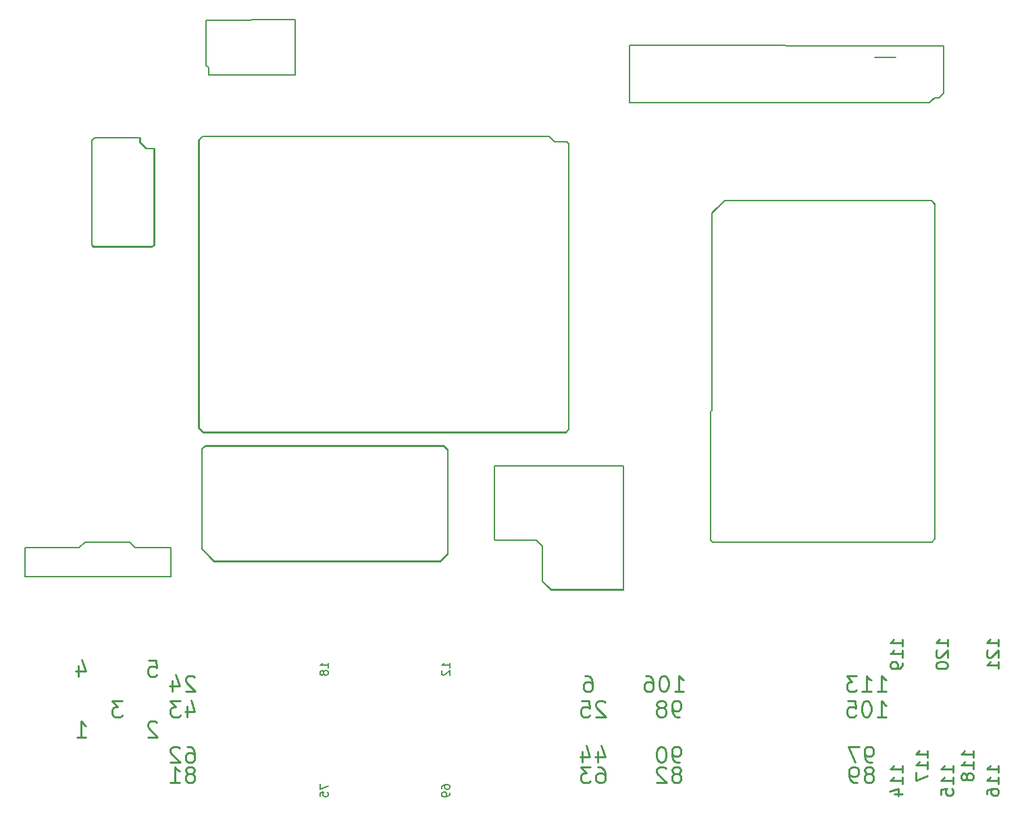
<source format=gbo>
G75*
G70*
%OFA0B0*%
%FSLAX25Y25*%
%IPPOS*%
%LPD*%
%AMOC8*
5,1,8,0,0,1.08239X$1,22.5*
%
%ADD120C,0.00787*%
%ADD201C,0.00984*%
X0000000Y0000000D02*
%LPD*%
G01*
D201*
X0500270Y0093535D02*
X0500270Y0096910D01*
X0500270Y0095223D02*
X0494365Y0095223D01*
X0495208Y0095785D01*
X0495771Y0096347D01*
X0496052Y0096910D01*
X0500270Y0087911D02*
X0500270Y0091286D01*
X0500270Y0089598D02*
X0494365Y0089598D01*
X0495208Y0090161D01*
X0495771Y0090723D01*
X0496052Y0091286D01*
X0500270Y0085099D02*
X0500270Y0083974D01*
X0499989Y0083412D01*
X0499708Y0083130D01*
X0498864Y0082568D01*
X0497739Y0082287D01*
X0495490Y0082287D01*
X0494927Y0082568D01*
X0494646Y0082849D01*
X0494365Y0083412D01*
X0494365Y0084536D01*
X0494646Y0085099D01*
X0494927Y0085380D01*
X0495490Y0085661D01*
X0496896Y0085661D01*
X0497458Y0085380D01*
X0497739Y0085099D01*
X0498021Y0084536D01*
X0498021Y0083412D01*
X0497739Y0082849D01*
X0497458Y0082568D01*
X0496896Y0082287D01*
X0547770Y0093535D02*
X0547770Y0096910D01*
X0547770Y0095223D02*
X0541865Y0095223D01*
X0542708Y0095785D01*
X0543271Y0096347D01*
X0543552Y0096910D01*
X0542427Y0091286D02*
X0542146Y0091004D01*
X0541865Y0090442D01*
X0541865Y0089036D01*
X0542146Y0088473D01*
X0542427Y0088192D01*
X0542990Y0087911D01*
X0543552Y0087911D01*
X0544396Y0088192D01*
X0547770Y0091567D01*
X0547770Y0087911D01*
X0547770Y0082287D02*
X0547770Y0085661D01*
X0547770Y0083974D02*
X0541865Y0083974D01*
X0542708Y0084536D01*
X0543271Y0085099D01*
X0543552Y0085661D01*
X0547770Y0031035D02*
X0547770Y0034410D01*
X0547770Y0032723D02*
X0541865Y0032723D01*
X0542708Y0033285D01*
X0543271Y0033847D01*
X0543552Y0034410D01*
X0547770Y0025411D02*
X0547770Y0028786D01*
X0547770Y0027098D02*
X0541865Y0027098D01*
X0542708Y0027661D01*
X0543271Y0028223D01*
X0543552Y0028786D01*
X0541865Y0020349D02*
X0541865Y0021474D01*
X0542146Y0022036D01*
X0542427Y0022318D01*
X0543271Y0022880D01*
X0544396Y0023161D01*
X0546645Y0023161D01*
X0547208Y0022880D01*
X0547489Y0022599D01*
X0547770Y0022036D01*
X0547770Y0020912D01*
X0547489Y0020349D01*
X0547208Y0020068D01*
X0546645Y0019787D01*
X0545239Y0019787D01*
X0544677Y0020068D01*
X0544396Y0020349D01*
X0544114Y0020912D01*
X0544114Y0022036D01*
X0544396Y0022599D01*
X0544677Y0022880D01*
X0545239Y0023161D01*
X0525270Y0031035D02*
X0525270Y0034410D01*
X0525270Y0032723D02*
X0519365Y0032723D01*
X0520208Y0033285D01*
X0520771Y0033847D01*
X0521052Y0034410D01*
X0525270Y0025411D02*
X0525270Y0028786D01*
X0525270Y0027098D02*
X0519365Y0027098D01*
X0520208Y0027661D01*
X0520771Y0028223D01*
X0521052Y0028786D01*
X0519365Y0020068D02*
X0519365Y0022880D01*
X0522177Y0023161D01*
X0521896Y0022880D01*
X0521614Y0022318D01*
X0521614Y0020912D01*
X0521896Y0020349D01*
X0522177Y0020068D01*
X0522739Y0019787D01*
X0524145Y0019787D01*
X0524708Y0020068D01*
X0524989Y0020349D01*
X0525270Y0020912D01*
X0525270Y0022318D01*
X0524989Y0022880D01*
X0524708Y0023161D01*
X0535270Y0038535D02*
X0535270Y0041910D01*
X0535270Y0040223D02*
X0529365Y0040223D01*
X0530208Y0040785D01*
X0530771Y0041347D01*
X0531052Y0041910D01*
X0535270Y0032911D02*
X0535270Y0036286D01*
X0535270Y0034598D02*
X0529365Y0034598D01*
X0530208Y0035161D01*
X0530771Y0035723D01*
X0531052Y0036286D01*
X0531896Y0029536D02*
X0531614Y0030099D01*
X0531333Y0030380D01*
X0530771Y0030661D01*
X0530490Y0030661D01*
X0529927Y0030380D01*
X0529646Y0030099D01*
X0529365Y0029536D01*
X0529365Y0028412D01*
X0529646Y0027849D01*
X0529927Y0027568D01*
X0530490Y0027287D01*
X0530771Y0027287D01*
X0531333Y0027568D01*
X0531614Y0027849D01*
X0531896Y0028412D01*
X0531896Y0029536D01*
X0532177Y0030099D01*
X0532458Y0030380D01*
X0533021Y0030661D01*
X0534145Y0030661D01*
X0534708Y0030380D01*
X0534989Y0030099D01*
X0535270Y0029536D01*
X0535270Y0028412D01*
X0534989Y0027849D01*
X0534708Y0027568D01*
X0534145Y0027287D01*
X0533021Y0027287D01*
X0532458Y0027568D01*
X0532177Y0027849D01*
X0531896Y0028412D01*
X0522770Y0093535D02*
X0522770Y0096910D01*
X0522770Y0095223D02*
X0516865Y0095223D01*
X0517708Y0095785D01*
X0518271Y0096347D01*
X0518552Y0096910D01*
X0517427Y0091286D02*
X0517146Y0091004D01*
X0516865Y0090442D01*
X0516865Y0089036D01*
X0517146Y0088473D01*
X0517427Y0088192D01*
X0517990Y0087911D01*
X0518552Y0087911D01*
X0519396Y0088192D01*
X0522770Y0091567D01*
X0522770Y0087911D01*
X0516865Y0084255D02*
X0516865Y0083693D01*
X0517146Y0083130D01*
X0517427Y0082849D01*
X0517990Y0082568D01*
X0519114Y0082287D01*
X0520521Y0082287D01*
X0521645Y0082568D01*
X0522208Y0082849D01*
X0522489Y0083130D01*
X0522770Y0083693D01*
X0522770Y0084255D01*
X0522489Y0084818D01*
X0522208Y0085099D01*
X0521645Y0085380D01*
X0520521Y0085661D01*
X0519114Y0085661D01*
X0517990Y0085380D01*
X0517427Y0085099D01*
X0517146Y0084818D01*
X0516865Y0084255D01*
X0512770Y0038535D02*
X0512770Y0041910D01*
X0512770Y0040223D02*
X0506865Y0040223D01*
X0507708Y0040785D01*
X0508271Y0041347D01*
X0508552Y0041910D01*
X0512770Y0032911D02*
X0512770Y0036286D01*
X0512770Y0034598D02*
X0506865Y0034598D01*
X0507708Y0035161D01*
X0508271Y0035723D01*
X0508552Y0036286D01*
X0506865Y0030942D02*
X0506865Y0027005D01*
X0512770Y0029536D01*
X0500270Y0031035D02*
X0500270Y0034410D01*
X0500270Y0032723D02*
X0494365Y0032723D01*
X0495208Y0033285D01*
X0495771Y0033847D01*
X0496052Y0034410D01*
X0500270Y0025411D02*
X0500270Y0028786D01*
X0500270Y0027098D02*
X0494365Y0027098D01*
X0495208Y0027661D01*
X0495771Y0028223D01*
X0496052Y0028786D01*
X0496333Y0020349D02*
X0500270Y0020349D01*
X0494084Y0021755D02*
X0498302Y0023161D01*
X0498302Y0019505D01*
X0484598Y0030536D02*
X0485348Y0030911D01*
X0485723Y0031286D01*
X0486098Y0032035D01*
X0486098Y0032410D01*
X0485723Y0033160D01*
X0485348Y0033535D01*
X0484598Y0033910D01*
X0483098Y0033910D01*
X0482348Y0033535D01*
X0481974Y0033160D01*
X0481599Y0032410D01*
X0481599Y0032035D01*
X0481974Y0031286D01*
X0482348Y0030911D01*
X0483098Y0030536D01*
X0484598Y0030536D01*
X0485348Y0030161D01*
X0485723Y0029786D01*
X0486098Y0029036D01*
X0486098Y0027536D01*
X0485723Y0026786D01*
X0485348Y0026411D01*
X0484598Y0026036D01*
X0483098Y0026036D01*
X0482348Y0026411D01*
X0481974Y0026786D01*
X0481599Y0027536D01*
X0481599Y0029036D01*
X0481974Y0029786D01*
X0482348Y0030161D01*
X0483098Y0030536D01*
X0477849Y0026036D02*
X0476349Y0026036D01*
X0475599Y0026411D01*
X0475224Y0026786D01*
X0474474Y0027911D01*
X0474099Y0029411D01*
X0474099Y0032410D01*
X0474474Y0033160D01*
X0474849Y0033535D01*
X0475599Y0033910D01*
X0477099Y0033910D01*
X0477849Y0033535D01*
X0478224Y0033160D01*
X0478599Y0032410D01*
X0478599Y0030536D01*
X0478224Y0029786D01*
X0477849Y0029411D01*
X0477099Y0029036D01*
X0475599Y0029036D01*
X0474849Y0029411D01*
X0474474Y0029786D01*
X0474099Y0030536D01*
X0485348Y0036036D02*
X0483848Y0036036D01*
X0483098Y0036411D01*
X0482723Y0036786D01*
X0481974Y0037911D01*
X0481599Y0039411D01*
X0481599Y0042410D01*
X0481974Y0043160D01*
X0482348Y0043535D01*
X0483098Y0043910D01*
X0484598Y0043910D01*
X0485348Y0043535D01*
X0485723Y0043160D01*
X0486098Y0042410D01*
X0486098Y0040536D01*
X0485723Y0039786D01*
X0485348Y0039411D01*
X0484598Y0039036D01*
X0483098Y0039036D01*
X0482348Y0039411D01*
X0481974Y0039786D01*
X0481599Y0040536D01*
X0478974Y0043910D02*
X0473725Y0043910D01*
X0477099Y0036036D01*
X0487848Y0058536D02*
X0492348Y0058536D01*
X0490098Y0058536D02*
X0490098Y0066410D01*
X0490848Y0065285D01*
X0491598Y0064535D01*
X0492348Y0064160D01*
X0482974Y0066410D02*
X0482224Y0066410D01*
X0481474Y0066035D01*
X0481099Y0065660D01*
X0480724Y0064910D01*
X0480349Y0063411D01*
X0480349Y0061536D01*
X0480724Y0060036D01*
X0481099Y0059286D01*
X0481474Y0058911D01*
X0482224Y0058536D01*
X0482974Y0058536D01*
X0483724Y0058911D01*
X0484099Y0059286D01*
X0484474Y0060036D01*
X0484848Y0061536D01*
X0484848Y0063411D01*
X0484474Y0064910D01*
X0484099Y0065660D01*
X0483724Y0066035D01*
X0482974Y0066410D01*
X0473225Y0066410D02*
X0476974Y0066410D01*
X0477349Y0062661D01*
X0476974Y0063036D01*
X0476225Y0063411D01*
X0474350Y0063411D01*
X0473600Y0063036D01*
X0473225Y0062661D01*
X0472850Y0061911D01*
X0472850Y0060036D01*
X0473225Y0059286D01*
X0473600Y0058911D01*
X0474350Y0058536D01*
X0476225Y0058536D01*
X0476974Y0058911D01*
X0477349Y0059286D01*
X0487848Y0071036D02*
X0492348Y0071036D01*
X0490098Y0071036D02*
X0490098Y0078910D01*
X0490848Y0077785D01*
X0491598Y0077035D01*
X0492348Y0076660D01*
X0480349Y0071036D02*
X0484848Y0071036D01*
X0482599Y0071036D02*
X0482599Y0078910D01*
X0483349Y0077785D01*
X0484099Y0077035D01*
X0484848Y0076660D01*
X0477724Y0078910D02*
X0472850Y0078910D01*
X0475475Y0075911D01*
X0474350Y0075911D01*
X0473600Y0075536D01*
X0473225Y0075161D01*
X0472850Y0074411D01*
X0472850Y0072536D01*
X0473225Y0071786D01*
X0473600Y0071411D01*
X0474350Y0071036D01*
X0476599Y0071036D01*
X0477349Y0071411D01*
X0477724Y0071786D01*
X0389598Y0030536D02*
X0390348Y0030911D01*
X0390723Y0031286D01*
X0391098Y0032035D01*
X0391098Y0032410D01*
X0390723Y0033160D01*
X0390348Y0033535D01*
X0389598Y0033910D01*
X0388098Y0033910D01*
X0387348Y0033535D01*
X0386974Y0033160D01*
X0386599Y0032410D01*
X0386599Y0032035D01*
X0386974Y0031286D01*
X0387348Y0030911D01*
X0388098Y0030536D01*
X0389598Y0030536D01*
X0390348Y0030161D01*
X0390723Y0029786D01*
X0391098Y0029036D01*
X0391098Y0027536D01*
X0390723Y0026786D01*
X0390348Y0026411D01*
X0389598Y0026036D01*
X0388098Y0026036D01*
X0387348Y0026411D01*
X0386974Y0026786D01*
X0386599Y0027536D01*
X0386599Y0029036D01*
X0386974Y0029786D01*
X0387348Y0030161D01*
X0388098Y0030536D01*
X0383599Y0033160D02*
X0383224Y0033535D01*
X0382474Y0033910D01*
X0380599Y0033910D01*
X0379849Y0033535D01*
X0379474Y0033160D01*
X0379099Y0032410D01*
X0379099Y0031660D01*
X0379474Y0030536D01*
X0383974Y0026036D01*
X0379099Y0026036D01*
X0390348Y0036036D02*
X0388848Y0036036D01*
X0388098Y0036411D01*
X0387723Y0036786D01*
X0386974Y0037911D01*
X0386599Y0039411D01*
X0386599Y0042410D01*
X0386974Y0043160D01*
X0387348Y0043535D01*
X0388098Y0043910D01*
X0389598Y0043910D01*
X0390348Y0043535D01*
X0390723Y0043160D01*
X0391098Y0042410D01*
X0391098Y0040536D01*
X0390723Y0039786D01*
X0390348Y0039411D01*
X0389598Y0039036D01*
X0388098Y0039036D01*
X0387348Y0039411D01*
X0386974Y0039786D01*
X0386599Y0040536D01*
X0381724Y0043910D02*
X0380974Y0043910D01*
X0380224Y0043535D01*
X0379849Y0043160D01*
X0379474Y0042410D01*
X0379099Y0040911D01*
X0379099Y0039036D01*
X0379474Y0037536D01*
X0379849Y0036786D01*
X0380224Y0036411D01*
X0380974Y0036036D01*
X0381724Y0036036D01*
X0382474Y0036411D01*
X0382849Y0036786D01*
X0383224Y0037536D01*
X0383599Y0039036D01*
X0383599Y0040911D01*
X0383224Y0042410D01*
X0382849Y0043160D01*
X0382474Y0043535D01*
X0381724Y0043910D01*
X0390348Y0058536D02*
X0388848Y0058536D01*
X0388098Y0058911D01*
X0387723Y0059286D01*
X0386974Y0060411D01*
X0386599Y0061911D01*
X0386599Y0064910D01*
X0386974Y0065660D01*
X0387348Y0066035D01*
X0388098Y0066410D01*
X0389598Y0066410D01*
X0390348Y0066035D01*
X0390723Y0065660D01*
X0391098Y0064910D01*
X0391098Y0063036D01*
X0390723Y0062286D01*
X0390348Y0061911D01*
X0389598Y0061536D01*
X0388098Y0061536D01*
X0387348Y0061911D01*
X0386974Y0062286D01*
X0386599Y0063036D01*
X0382099Y0063036D02*
X0382849Y0063411D01*
X0383224Y0063786D01*
X0383599Y0064535D01*
X0383599Y0064910D01*
X0383224Y0065660D01*
X0382849Y0066035D01*
X0382099Y0066410D01*
X0380599Y0066410D01*
X0379849Y0066035D01*
X0379474Y0065660D01*
X0379099Y0064910D01*
X0379099Y0064535D01*
X0379474Y0063786D01*
X0379849Y0063411D01*
X0380599Y0063036D01*
X0382099Y0063036D01*
X0382849Y0062661D01*
X0383224Y0062286D01*
X0383599Y0061536D01*
X0383599Y0060036D01*
X0383224Y0059286D01*
X0382849Y0058911D01*
X0382099Y0058536D01*
X0380599Y0058536D01*
X0379849Y0058911D01*
X0379474Y0059286D01*
X0379099Y0060036D01*
X0379099Y0061536D01*
X0379474Y0062286D01*
X0379849Y0062661D01*
X0380599Y0063036D01*
X0387848Y0071036D02*
X0392348Y0071036D01*
X0390098Y0071036D02*
X0390098Y0078910D01*
X0390848Y0077785D01*
X0391598Y0077035D01*
X0392348Y0076660D01*
X0382974Y0078910D02*
X0382224Y0078910D01*
X0381474Y0078535D01*
X0381099Y0078160D01*
X0380724Y0077410D01*
X0380349Y0075911D01*
X0380349Y0074036D01*
X0380724Y0072536D01*
X0381099Y0071786D01*
X0381474Y0071411D01*
X0382224Y0071036D01*
X0382974Y0071036D01*
X0383724Y0071411D01*
X0384099Y0071786D01*
X0384474Y0072536D01*
X0384848Y0074036D01*
X0384848Y0075911D01*
X0384474Y0077410D01*
X0384099Y0078160D01*
X0383724Y0078535D01*
X0382974Y0078910D01*
X0373600Y0078910D02*
X0375100Y0078910D01*
X0375850Y0078535D01*
X0376225Y0078160D01*
X0376974Y0077035D01*
X0377349Y0075536D01*
X0377349Y0072536D01*
X0376974Y0071786D01*
X0376599Y0071411D01*
X0375850Y0071036D01*
X0374350Y0071036D01*
X0373600Y0071411D01*
X0373225Y0071786D01*
X0372850Y0072536D01*
X0372850Y0074411D01*
X0373225Y0075161D01*
X0373600Y0075536D01*
X0374350Y0075911D01*
X0375850Y0075911D01*
X0376599Y0075536D01*
X0376974Y0075161D01*
X0377349Y0074411D01*
X0349848Y0033910D02*
X0351348Y0033910D01*
X0352098Y0033535D01*
X0352473Y0033160D01*
X0353223Y0032035D01*
X0353598Y0030536D01*
X0353598Y0027536D01*
X0353223Y0026786D01*
X0352848Y0026411D01*
X0352098Y0026036D01*
X0350598Y0026036D01*
X0349848Y0026411D01*
X0349474Y0026786D01*
X0349099Y0027536D01*
X0349099Y0029411D01*
X0349474Y0030161D01*
X0349848Y0030536D01*
X0350598Y0030911D01*
X0352098Y0030911D01*
X0352848Y0030536D01*
X0353223Y0030161D01*
X0353598Y0029411D01*
X0346474Y0033910D02*
X0341599Y0033910D01*
X0344224Y0030911D01*
X0343099Y0030911D01*
X0342349Y0030536D01*
X0341974Y0030161D01*
X0341599Y0029411D01*
X0341599Y0027536D01*
X0341974Y0026786D01*
X0342349Y0026411D01*
X0343099Y0026036D01*
X0345349Y0026036D01*
X0346099Y0026411D01*
X0346474Y0026786D01*
X0349848Y0041286D02*
X0349848Y0036036D01*
X0351723Y0044285D02*
X0353598Y0038661D01*
X0348724Y0038661D01*
X0342349Y0041286D02*
X0342349Y0036036D01*
X0344224Y0044285D02*
X0346099Y0038661D01*
X0341225Y0038661D01*
X0353598Y0065660D02*
X0353223Y0066035D01*
X0352473Y0066410D01*
X0350598Y0066410D01*
X0349848Y0066035D01*
X0349474Y0065660D01*
X0349099Y0064910D01*
X0349099Y0064160D01*
X0349474Y0063036D01*
X0353973Y0058536D01*
X0349099Y0058536D01*
X0341974Y0066410D02*
X0345724Y0066410D01*
X0346099Y0062661D01*
X0345724Y0063036D01*
X0344974Y0063411D01*
X0343099Y0063411D01*
X0342349Y0063036D01*
X0341974Y0062661D01*
X0341599Y0061911D01*
X0341599Y0060036D01*
X0341974Y0059286D01*
X0342349Y0058911D01*
X0343099Y0058536D01*
X0344974Y0058536D01*
X0345724Y0058911D01*
X0346099Y0059286D01*
X0343599Y0078910D02*
X0345099Y0078910D01*
X0345849Y0078535D01*
X0346224Y0078160D01*
X0346974Y0077035D01*
X0347348Y0075536D01*
X0347348Y0072536D01*
X0346974Y0071786D01*
X0346599Y0071411D01*
X0345849Y0071036D01*
X0344349Y0071036D01*
X0343599Y0071411D01*
X0343224Y0071786D01*
X0342849Y0072536D01*
X0342849Y0074411D01*
X0343224Y0075161D01*
X0343599Y0075536D01*
X0344349Y0075911D01*
X0345849Y0075911D01*
X0346599Y0075536D01*
X0346974Y0075161D01*
X0347348Y0074411D01*
X0128224Y0086410D02*
X0131974Y0086410D01*
X0132348Y0082661D01*
X0131974Y0083036D01*
X0131224Y0083411D01*
X0129349Y0083411D01*
X0128599Y0083036D01*
X0128224Y0082661D01*
X0127849Y0081911D01*
X0127849Y0080036D01*
X0128224Y0079286D01*
X0128599Y0078911D01*
X0129349Y0078536D01*
X0131224Y0078536D01*
X0131974Y0078911D01*
X0132348Y0079286D01*
X0093599Y0083786D02*
X0093599Y0078536D01*
X0095474Y0086785D02*
X0097348Y0081161D01*
X0092474Y0081161D01*
X0115223Y0066410D02*
X0110349Y0066410D01*
X0112974Y0063411D01*
X0111849Y0063411D01*
X0111099Y0063036D01*
X0110724Y0062661D01*
X0110349Y0061911D01*
X0110349Y0060036D01*
X0110724Y0059286D01*
X0111099Y0058911D01*
X0111849Y0058536D01*
X0114099Y0058536D01*
X0114848Y0058911D01*
X0115223Y0059286D01*
X0132348Y0055660D02*
X0131974Y0056035D01*
X0131224Y0056410D01*
X0129349Y0056410D01*
X0128599Y0056035D01*
X0128224Y0055660D01*
X0127849Y0054910D01*
X0127849Y0054160D01*
X0128224Y0053036D01*
X0132723Y0048536D01*
X0127849Y0048536D01*
X0092849Y0048536D02*
X0097348Y0048536D01*
X0095099Y0048536D02*
X0095099Y0056410D01*
X0095849Y0055285D01*
X0096599Y0054535D01*
X0097348Y0054160D01*
X0149598Y0030536D02*
X0150348Y0030911D01*
X0150723Y0031286D01*
X0151098Y0032035D01*
X0151098Y0032410D01*
X0150723Y0033160D01*
X0150348Y0033535D01*
X0149598Y0033910D01*
X0148098Y0033910D01*
X0147348Y0033535D01*
X0146974Y0033160D01*
X0146599Y0032410D01*
X0146599Y0032035D01*
X0146974Y0031286D01*
X0147348Y0030911D01*
X0148098Y0030536D01*
X0149598Y0030536D01*
X0150348Y0030161D01*
X0150723Y0029786D01*
X0151098Y0029036D01*
X0151098Y0027536D01*
X0150723Y0026786D01*
X0150348Y0026411D01*
X0149598Y0026036D01*
X0148098Y0026036D01*
X0147348Y0026411D01*
X0146974Y0026786D01*
X0146599Y0027536D01*
X0146599Y0029036D01*
X0146974Y0029786D01*
X0147348Y0030161D01*
X0148098Y0030536D01*
X0139099Y0026036D02*
X0143599Y0026036D01*
X0141349Y0026036D02*
X0141349Y0033910D01*
X0142099Y0032785D01*
X0142849Y0032035D01*
X0143599Y0031660D01*
X0147348Y0043910D02*
X0148848Y0043910D01*
X0149598Y0043535D01*
X0149973Y0043160D01*
X0150723Y0042035D01*
X0151098Y0040536D01*
X0151098Y0037536D01*
X0150723Y0036786D01*
X0150348Y0036411D01*
X0149598Y0036036D01*
X0148098Y0036036D01*
X0147348Y0036411D01*
X0146974Y0036786D01*
X0146599Y0037536D01*
X0146599Y0039411D01*
X0146974Y0040161D01*
X0147348Y0040536D01*
X0148098Y0040911D01*
X0149598Y0040911D01*
X0150348Y0040536D01*
X0150723Y0040161D01*
X0151098Y0039411D01*
X0143599Y0043160D02*
X0143224Y0043535D01*
X0142474Y0043910D01*
X0140599Y0043910D01*
X0139849Y0043535D01*
X0139474Y0043160D01*
X0139099Y0042410D01*
X0139099Y0041660D01*
X0139474Y0040536D01*
X0143974Y0036036D01*
X0139099Y0036036D01*
X0147348Y0063786D02*
X0147348Y0058536D01*
X0149223Y0066785D02*
X0151098Y0061161D01*
X0146224Y0061161D01*
X0143974Y0066410D02*
X0139099Y0066410D01*
X0141724Y0063411D01*
X0140599Y0063411D01*
X0139849Y0063036D01*
X0139474Y0062661D01*
X0139099Y0061911D01*
X0139099Y0060036D01*
X0139474Y0059286D01*
X0139849Y0058911D01*
X0140599Y0058536D01*
X0142849Y0058536D01*
X0143599Y0058911D01*
X0143974Y0059286D01*
X0151098Y0078160D02*
X0150723Y0078535D01*
X0149973Y0078910D01*
X0148098Y0078910D01*
X0147348Y0078535D01*
X0146974Y0078160D01*
X0146599Y0077410D01*
X0146599Y0076660D01*
X0146974Y0075536D01*
X0151473Y0071036D01*
X0146599Y0071036D01*
X0139849Y0076286D02*
X0139849Y0071036D01*
X0141724Y0079285D02*
X0143599Y0073661D01*
X0138725Y0073661D01*
D120*
X0272943Y0023223D02*
X0272943Y0023973D01*
X0273130Y0024348D01*
X0273318Y0024535D01*
X0273880Y0024910D01*
X0274630Y0025098D01*
X0276130Y0025098D01*
X0276505Y0024910D01*
X0276692Y0024723D01*
X0276880Y0024348D01*
X0276880Y0023598D01*
X0276692Y0023223D01*
X0276505Y0023036D01*
X0276130Y0022848D01*
X0275192Y0022848D01*
X0274818Y0023036D01*
X0274630Y0023223D01*
X0274443Y0023598D01*
X0274443Y0024348D01*
X0274630Y0024723D01*
X0274818Y0024910D01*
X0275192Y0025098D01*
X0276880Y0020973D02*
X0276880Y0020223D01*
X0276692Y0019849D01*
X0276505Y0019661D01*
X0275942Y0019286D01*
X0275192Y0019099D01*
X0273693Y0019099D01*
X0273318Y0019286D01*
X0273130Y0019474D01*
X0272943Y0019849D01*
X0272943Y0020598D01*
X0273130Y0020973D01*
X0273318Y0021161D01*
X0273693Y0021348D01*
X0274630Y0021348D01*
X0275005Y0021161D01*
X0275192Y0020973D01*
X0275380Y0020598D01*
X0275380Y0019849D01*
X0275192Y0019474D01*
X0275005Y0019286D01*
X0274630Y0019099D01*
X0276880Y0082848D02*
X0276880Y0085098D01*
X0276880Y0083973D02*
X0272943Y0083973D01*
X0273505Y0084348D01*
X0273880Y0084723D01*
X0274068Y0085098D01*
X0273318Y0081348D02*
X0273130Y0081161D01*
X0272943Y0080786D01*
X0272943Y0079849D01*
X0273130Y0079474D01*
X0273318Y0079286D01*
X0273693Y0079099D01*
X0274068Y0079099D01*
X0274630Y0079286D01*
X0276880Y0081536D01*
X0276880Y0079099D01*
X0216880Y0082848D02*
X0216880Y0085098D01*
X0216880Y0083973D02*
X0212943Y0083973D01*
X0213505Y0084348D01*
X0213880Y0084723D01*
X0214068Y0085098D01*
X0214630Y0080598D02*
X0214443Y0080973D01*
X0214255Y0081161D01*
X0213880Y0081348D01*
X0213693Y0081348D01*
X0213318Y0081161D01*
X0213130Y0080973D01*
X0212943Y0080598D01*
X0212943Y0079849D01*
X0213130Y0079474D01*
X0213318Y0079286D01*
X0213693Y0079099D01*
X0213880Y0079099D01*
X0214255Y0079286D01*
X0214443Y0079474D01*
X0214630Y0079849D01*
X0214630Y0080598D01*
X0214818Y0080973D01*
X0215005Y0081161D01*
X0215380Y0081348D01*
X0216130Y0081348D01*
X0216505Y0081161D01*
X0216692Y0080973D01*
X0216880Y0080598D01*
X0216880Y0079849D01*
X0216692Y0079474D01*
X0216505Y0079286D01*
X0216130Y0079099D01*
X0215380Y0079099D01*
X0215005Y0079286D01*
X0214818Y0079474D01*
X0214630Y0079849D01*
X0212943Y0025285D02*
X0212943Y0022661D01*
X0216880Y0024348D01*
X0212943Y0019286D02*
X0212943Y0021161D01*
X0214818Y0021348D01*
X0214630Y0021161D01*
X0214443Y0020786D01*
X0214443Y0019849D01*
X0214630Y0019474D01*
X0214818Y0019286D01*
X0215192Y0019099D01*
X0216130Y0019099D01*
X0216505Y0019286D01*
X0216692Y0019474D01*
X0216880Y0019849D01*
X0216880Y0020786D01*
X0216692Y0021161D01*
X0216505Y0021348D01*
X0155089Y0345228D02*
X0325906Y0345228D01*
X0153170Y0343308D02*
X0155089Y0345228D01*
X0325906Y0345228D02*
X0328662Y0342472D01*
X0153170Y0343308D02*
X0153170Y0201213D01*
X0334666Y0342472D02*
X0335548Y0341590D01*
X0155410Y0198972D02*
X0334200Y0198972D01*
X0335548Y0341590D02*
X0335548Y0200320D01*
X0334200Y0198972D02*
X0335548Y0200320D01*
X0153170Y0201213D02*
X0155410Y0198972D01*
X0328662Y0342472D02*
X0334666Y0342472D01*
X0156811Y0380071D02*
X0156811Y0402503D01*
X0157894Y0375740D02*
X0158115Y0375543D01*
X0157894Y0375740D02*
X0157894Y0378988D01*
X0158115Y0375543D02*
X0200807Y0375543D01*
X0156811Y0402503D02*
X0200807Y0402656D01*
X0156811Y0380071D02*
X0157894Y0378988D01*
X0200807Y0375519D02*
X0200807Y0402656D01*
X0130336Y0290604D02*
X0131319Y0291586D01*
X0101838Y0344436D02*
X0124429Y0344436D01*
X0124429Y0342079D02*
X0127382Y0339126D01*
X0127382Y0339126D02*
X0131319Y0339126D01*
X0100414Y0291588D02*
X0100414Y0343012D01*
X0101398Y0290604D02*
X0130336Y0290604D01*
X0131319Y0291586D02*
X0131319Y0339126D01*
X0100414Y0343012D02*
X0101838Y0344436D01*
X0124429Y0342079D02*
X0124429Y0344436D01*
X0100414Y0291588D02*
X0101398Y0290604D01*
X0156221Y0192275D02*
X0273937Y0192275D01*
X0160748Y0135287D02*
X0272284Y0135287D01*
X0275906Y0138929D02*
X0275906Y0190307D01*
X0272264Y0135287D02*
X0275906Y0138929D01*
X0154646Y0141390D02*
X0154646Y0190701D01*
X0273937Y0192275D02*
X0275906Y0190307D01*
X0154646Y0141390D02*
X0160748Y0135287D01*
X0154646Y0190701D02*
X0156221Y0192275D01*
X0516463Y0146365D02*
X0516463Y0311621D01*
X0406325Y0209849D02*
X0406325Y0307290D01*
X0405792Y0145816D02*
X0405792Y0209315D01*
X0514593Y0313491D02*
X0516463Y0311621D01*
X0406325Y0307290D02*
X0412526Y0313491D01*
X0405792Y0209315D02*
X0406325Y0209849D01*
X0514955Y0144857D02*
X0516463Y0146365D01*
X0412526Y0313491D02*
X0514593Y0313491D01*
X0406750Y0144857D02*
X0514955Y0144857D01*
X0405792Y0145816D02*
X0406750Y0144857D01*
X0067441Y0141980D02*
X0094016Y0141980D01*
X0067441Y0127905D02*
X0067441Y0141980D01*
X0067441Y0127905D02*
X0139390Y0127905D01*
X0118918Y0144834D02*
X0121772Y0141980D01*
X0139390Y0127905D02*
X0139390Y0141980D01*
X0121772Y0141980D02*
X0139390Y0141980D01*
X0094016Y0141980D02*
X0096870Y0144834D01*
X0096870Y0144834D02*
X0118918Y0144834D01*
X0520788Y0366586D02*
X0520788Y0389915D01*
X0365571Y0390208D02*
X0520788Y0389915D01*
X0516162Y0364027D02*
X0518229Y0364027D01*
X0513800Y0361665D02*
X0516162Y0364027D01*
X0518229Y0364027D02*
X0520788Y0366586D01*
X0486733Y0384205D02*
X0497067Y0384205D01*
X0365571Y0361665D02*
X0365571Y0390208D01*
X0365571Y0361665D02*
X0513800Y0361665D01*
X0326890Y0121311D02*
X0362618Y0121311D01*
X0322658Y0125543D02*
X0326890Y0121311D01*
X0299430Y0145819D02*
X0319705Y0145819D01*
X0298937Y0146311D02*
X0299430Y0145819D01*
X0362618Y0121311D02*
X0362618Y0182433D01*
X0319705Y0145819D02*
X0322658Y0142866D01*
X0298937Y0182433D02*
X0362618Y0182433D01*
X0322658Y0125543D02*
X0322658Y0142866D01*
X0298937Y0146311D02*
X0298937Y0182433D01*
X0405512Y0144390D02*
G01*
G75*
D120*
X0405772Y0209265D02*
X0406305Y0209798D01*
X0405772Y0145765D02*
X0405772Y0209265D01*
X0405772Y0145765D02*
X0406731Y0144806D01*
X0514935Y0144806D01*
X0406305Y0209798D02*
X0406305Y0307239D01*
X0412506Y0313440D02*
X0514573Y0313440D01*
X0406305Y0307239D02*
X0412506Y0313440D01*
X0514573Y0313440D02*
X0516443Y0311570D01*
X0514935Y0144806D02*
X0516443Y0146314D01*
X0516443Y0311570D01*
X0298524Y0120866D02*
G01*
G75*
D120*
X0322638Y0125492D02*
X0326870Y0121260D01*
X0322638Y0125492D02*
X0322638Y0142815D01*
X0298918Y0146260D02*
X0299410Y0145767D01*
X0319686Y0145767D01*
X0298918Y0146260D02*
X0298918Y0182382D01*
X0319686Y0145767D02*
X0322638Y0142815D01*
X0326870Y0121260D02*
X0362599Y0121260D01*
X0298918Y0182382D02*
X0362599Y0182382D01*
X0362599Y0121260D02*
X0362599Y0182382D01*
X0100295Y0290157D02*
G01*
G75*
D120*
X0127067Y0339074D02*
X0131004Y0339074D01*
X0124114Y0342027D02*
X0124114Y0344384D01*
X0100295Y0343157D02*
X0101522Y0344384D01*
X0100295Y0291339D02*
X0101083Y0290552D01*
X0130021Y0290552D01*
X0131004Y0291535D01*
X0131004Y0339074D01*
X0124114Y0342027D02*
X0127067Y0339074D01*
X0101522Y0344384D02*
X0124114Y0344384D01*
X0067028Y0127461D02*
G01*
G75*
D120*
X0121752Y0141930D02*
X0139370Y0141930D01*
X0118898Y0144784D02*
X0121752Y0141930D01*
X0067422Y0141930D02*
X0093997Y0141930D01*
X0096851Y0144784D01*
X0118898Y0144784D01*
X0139370Y0127855D02*
X0139370Y0141930D01*
X0067422Y0127855D02*
X0139370Y0127855D01*
X0067422Y0127855D02*
X0067422Y0141930D01*
X0154232Y0134843D02*
G01*
G75*
D120*
X0154626Y0190650D02*
X0156201Y0192225D01*
X0154626Y0141339D02*
X0154626Y0190650D01*
X0154626Y0141339D02*
X0160728Y0135237D01*
X0272264Y0135237D01*
X0272244Y0135237D02*
X0275885Y0138878D01*
X0275885Y0190256D01*
X0273917Y0192225D02*
X0275885Y0190256D01*
X0156201Y0192225D02*
X0273917Y0192225D01*
X0152756Y0198524D02*
G01*
G75*
D120*
X0334646Y0342422D02*
X0335529Y0341539D01*
X0334180Y0198922D02*
X0335529Y0200270D01*
X0155390Y0198922D02*
X0334180Y0198922D01*
X0153150Y0343258D02*
X0155070Y0345177D01*
X0153150Y0343258D02*
X0153150Y0201162D01*
X0335529Y0341539D02*
X0335529Y0200270D01*
X0153150Y0201162D02*
X0155390Y0198922D01*
X0328642Y0342422D02*
X0334646Y0342422D01*
X0325886Y0345177D02*
X0328642Y0342422D01*
X0155070Y0345177D02*
X0325886Y0345177D01*
X0156398Y0375098D02*
G01*
G75*
D120*
X0157874Y0375689D02*
X0158096Y0375492D01*
X0157874Y0375689D02*
X0157874Y0378937D01*
X0156792Y0380019D02*
X0157874Y0378937D01*
X0200788Y0375467D02*
X0200788Y0402605D01*
X0156792Y0402452D02*
X0200788Y0402605D01*
X0158096Y0375492D02*
X0200788Y0375492D01*
X0156792Y0380019D02*
X0156792Y0402452D01*
X0365157Y0361220D02*
G01*
G75*
D120*
X0365551Y0361614D02*
X0513779Y0361614D01*
X0516141Y0363976D01*
X0518208Y0363976D01*
X0520767Y0366535D01*
X0486712Y0384153D02*
X0497047Y0384153D01*
X0365551Y0390156D02*
X0520767Y0389863D01*
X0365551Y0361614D02*
X0365551Y0390156D01*
X0520767Y0366535D02*
X0520767Y0389863D01*
M02*

</source>
